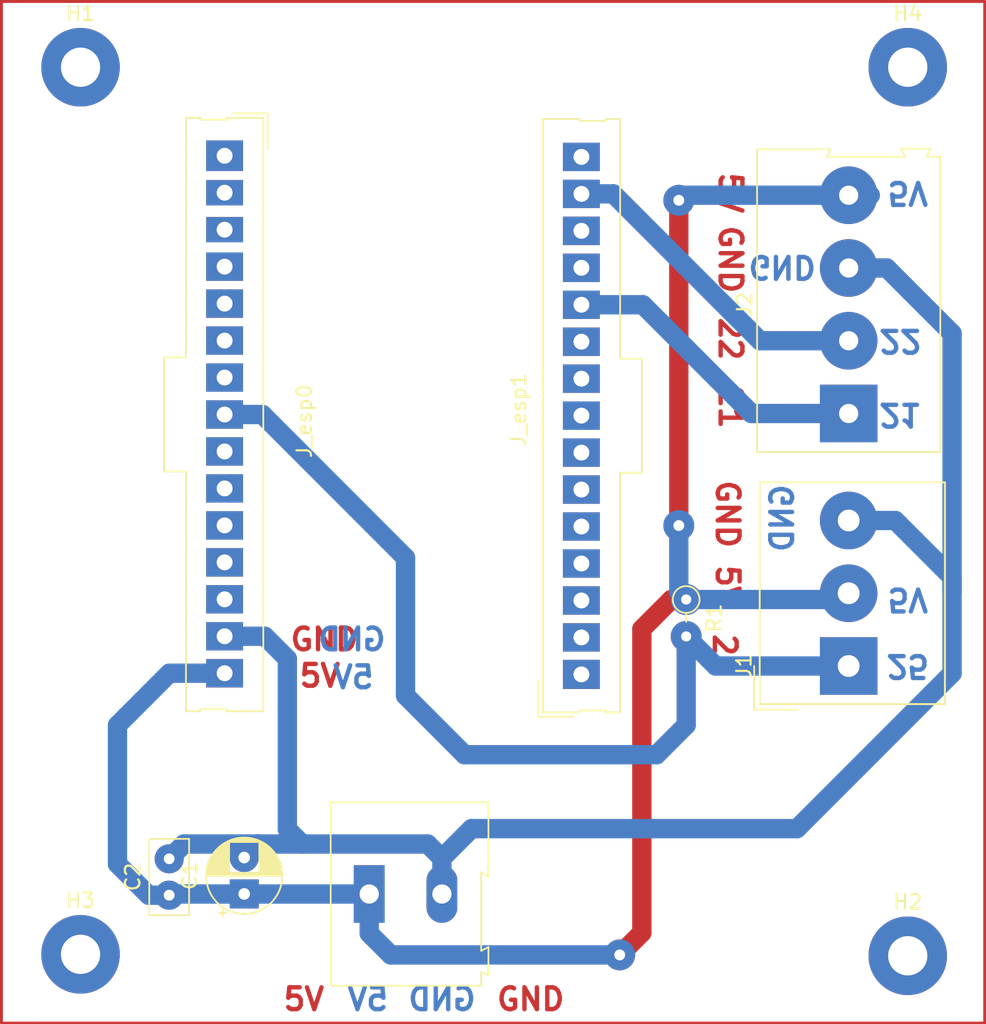
<source format=kicad_pcb>
(kicad_pcb (version 20221018) (generator pcbnew)
  (layers (0 "F.Cu" signal) (31 "B.Cu" signal) (34 "B.Paste" user) (35 "F.Paste" user) (36 "B.SilkS" user "B.Silkscreen") (37 "F.SilkS" user "F.Silkscreen") (38 "B.Mask" user) (39 "F.Mask" user) (44 "Edge.Cuts" user))
  (net 0 "")
  (net 1 "5v")
  (net 2 "GND5V")
  (net 3 "D25")
  (net 4 "D34")
  (net 5 "D33")
  (net 6 "D27")
  (net 7 "D26")
  (net 8 "D14")
  (net 9 "D13")
  (net 10 "D4")
  (net 11 "D5")
  (net 12 "D18")
  (net 13 "D23")
  (net 14 "D19")
  (net 15 "EN")
  (net 16 "VP")
  (net 17 "VN")
  (net 18 "D35")
  (net 19 "D32")
  (net 20 "D12")
  (net 21 "3V3")
  (net 22 "GND2")
  (net 23 "D15")
  (net 24 "D2")
  (net 25 "RX2")
  (net 26 "TX2")
  (net 27 "D21")
  (net 28 "RX0")
  (net 29 "TX0")
  (net 30 "D22")
  (footprint "MountingHole:MountingHole_2.7mm_M2.5_Pad" (layer "F.Cu") (at 179.9255 123.477)
    (fp_text reference "H2" (at 0 -3.7) (layer "F.SilkS"))
    (fp_text value "MountingHole")
    (pad "1" thru_hole circle (at 0 0) (size 5.4 5.4) (drill 2.7) (layers "*.Cu" "*.Mask"))
  )
  (footprint "TerminalBlock:TerminalBlock_Altech_AK300-2_P5.00mm" (layer "F.Cu") (at 142.884388 119.233)
    (fp_text reference "5V1" hide)
    (fp_text value "Screw_Terminal_01x02")
    (fp_line (start -2.65 -6.3) (end -2.65 6.3) (stroke (width 0.12)) (layer "F.SilkS"))
    (fp_line (start -2.65 6.3) (end 7.7 6.3) (stroke (width 0.12)) (layer "F.SilkS"))
    (fp_line (start 7.7 -1.5) (end 8.2 -1.2) (stroke (width 0.12)) (layer "F.SilkS"))
    (fp_line (start 7.7 3.9) (end 7.7 -1.5) (stroke (width 0.12)) (layer "F.SilkS"))
    (fp_line (start 7.7 5.35) (end 8.2 5.6) (stroke (width 0.12)) (layer "F.SilkS"))
    (fp_line (start 7.7 6.3) (end 7.7 5.35) (stroke (width 0.12)) (layer "F.SilkS"))
    (fp_line (start 8.2 -6.3) (end -2.65 -6.3) (stroke (width 0.12)) (layer "F.SilkS"))
    (fp_line (start 8.2 -1.2) (end 8.2 -6.3) (stroke (width 0.12)) (layer "F.SilkS"))
    (fp_line (start 8.2 3.65) (end 7.7 3.9) (stroke (width 0.12)) (layer "F.SilkS"))
    (fp_line (start 8.2 3.7) (end 8.2 3.65) (stroke (width 0.12)) (layer "F.SilkS"))
    (fp_line (start 8.2 5.6) (end 8.2 3.7) (stroke (width 0.12)) (layer "F.SilkS"))
    (pad "1" thru_hole rect (at 0 0) (size 2.125 3.96) (drill 1.32) (layers "*.Cu" "*.Mask") (net 1 "5v"))
    (pad "2" thru_hole oval (at 5 0) (size 2.125 3.96) (drill 1.32) (layers "*.Cu" "*.Mask") (net 2 "GND5V"))
  )
  (footprint "Resistor_THT:R_Axial_DIN0204_L3.6mm_D1.6mm_P2.54mm_Vertical" (layer "F.Cu") (at 164.6855 98.993 -90)
    (fp_text reference "R1" (at 1.27 -1.92 90) (layer "F.SilkS"))
    (fp_text value "10k")
    (fp_line (start 0.92 0) (end 1.54 0) (stroke (width 0.12)) (layer "F.SilkS"))
    (fp_circle (center 0 0) (end 0.92 0) (stroke (width 0.12)) (fill none) (layer "F.SilkS"))
    (pad "1" thru_hole circle (at 0 0 270) (size 2.125 2.125) (drill 0.7) (layers "*.Cu" "*.Mask") (net 1 "5v"))
    (pad "2" thru_hole oval (at 2.54 0 270) (size 2.125 2.125) (drill 0.7) (layers "*.Cu" "*.Mask") (net 3 "D25"))
  )
  (footprint "Capacitor_THT:CP_Radial_D5.0mm_P2.50mm" (layer "F.Cu") (at 134.2855 119.226112 90)
    (fp_text reference "C1" (at 1.25 -3.75 90) (layer "F.SilkS"))
    (fp_text value "C_Polarized")
    (fp_line (start -1.554775 -1.475) (end -1.054775 -1.475) (stroke (width 0.12)) (layer "F.SilkS"))
    (fp_line (start -1.304775 -1.725) (end -1.304775 -1.225) (stroke (width 0.12)) (layer "F.SilkS"))
    (fp_line (start 1.25 -2.58) (end 1.25 2.58) (stroke (width 0.12)) (layer "F.SilkS"))
    (fp_line (start 1.29 -2.58) (end 1.29 2.58) (stroke (width 0.12)) (layer "F.SilkS"))
    (fp_line (start 1.33 -2.579) (end 1.33 2.579) (stroke (width 0.12)) (layer "F.SilkS"))
    (fp_line (start 1.37 -2.578) (end 1.37 2.578) (stroke (width 0.12)) (layer "F.SilkS"))
    (fp_line (start 1.41 -2.576) (end 1.41 2.576) (stroke (width 0.12)) (layer "F.SilkS"))
    (fp_line (start 1.45 -2.573) (end 1.45 2.573) (stroke (width 0.12)) (layer "F.SilkS"))
    (fp_line (start 1.49 -2.569) (end 1.49 -1.04) (stroke (width 0.12)) (layer "F.SilkS"))
    (fp_line (start 1.49 1.04) (end 1.49 2.569) (stroke (width 0.12)) (layer "F.SilkS"))
    (fp_line (start 1.53 -2.565) (end 1.53 -1.04) (stroke (width 0.12)) (layer "F.SilkS"))
    (fp_line (start 1.53 1.04) (end 1.53 2.565) (stroke (width 0.12)) (layer "F.SilkS"))
    (fp_line (start 1.57 -2.561) (end 1.57 -1.04) (stroke (width 0.12)) (layer "F.SilkS"))
    (fp_line (start 1.57 1.04) (end 1.57 2.561) (stroke (width 0.12)) (layer "F.SilkS"))
    (fp_line (start 1.61 -2.556) (end 1.61 -1.04) (stroke (width 0.12)) (layer "F.SilkS"))
    (fp_line (start 1.61 1.04) (end 1.61 2.556) (stroke (width 0.12)) (layer "F.SilkS"))
    (fp_line (start 1.65 -2.55) (end 1.65 -1.04) (stroke (width 0.12)) (layer "F.SilkS"))
    (fp_line (start 1.65 1.04) (end 1.65 2.55) (stroke (width 0.12)) (layer "F.SilkS"))
    (fp_line (start 1.69 -2.543) (end 1.69 -1.04) (stroke (width 0.12)) (layer "F.SilkS"))
    (fp_line (start 1.69 1.04) (end 1.69 2.543) (stroke (width 0.12)) (layer "F.SilkS"))
    (fp_line (start 1.73 -2.536) (end 1.73 -1.04) (stroke (width 0.12)) (layer "F.SilkS"))
    (fp_line (start 1.73 1.04) (end 1.73 2.536) (stroke (width 0.12)) (layer "F.SilkS"))
    (fp_line (start 1.77 -2.528) (end 1.77 -1.04) (stroke (width 0.12)) (layer "F.SilkS"))
    (fp_line (start 1.77 1.04) (end 1.77 2.528) (stroke (width 0.12)) (layer "F.SilkS"))
    (fp_line (start 1.81 -2.52) (end 1.81 -1.04) (stroke (width 0.12)) (layer "F.SilkS"))
    (fp_line (start 1.81 1.04) (end 1.81 2.52) (stroke (width 0.12)) (layer "F.SilkS"))
    (fp_line (start 1.85 -2.511) (end 1.85 -1.04) (stroke (width 0.12)) (layer "F.SilkS"))
    (fp_line (start 1.85 1.04) (end 1.85 2.511) (stroke (width 0.12)) (layer "F.SilkS"))
    (fp_line (start 1.89 -2.501) (end 1.89 -1.04) (stroke (width 0.12)) (layer "F.SilkS"))
    (fp_line (start 1.89 1.04) (end 1.89 2.501) (stroke (width 0.12)) (layer "F.SilkS"))
    (fp_line (start 1.93 -2.491) (end 1.93 -1.04) (stroke (width 0.12)) (layer "F.SilkS"))
    (fp_line (start 1.93 1.04) (end 1.93 2.491) (stroke (width 0.12)) (layer "F.SilkS"))
    (fp_line (start 1.971 -2.48) (end 1.971 -1.04) (stroke (width 0.12)) (layer "F.SilkS"))
    (fp_line (start 1.971 1.04) (end 1.971 2.48) (stroke (width 0.12)) (layer "F.SilkS"))
    (fp_line (start 2.011 -2.468) (end 2.011 -1.04) (stroke (width 0.12)) (layer "F.SilkS"))
    (fp_line (start 2.011 1.04) (end 2.011 2.468) (stroke (width 0.12)) (layer "F.SilkS"))
    (fp_line (start 2.051 -2.455) (end 2.051 -1.04) (stroke (width 0.12)) (layer "F.SilkS"))
    (fp_line (start 2.051 1.04) (end 2.051 2.455) (stroke (width 0.12)) (layer "F.SilkS"))
    (fp_line (start 2.091 -2.442) (end 2.091 -1.04) (stroke (width 0.12)) (layer "F.SilkS"))
    (fp_line (start 2.091 1.04) (end 2.091 2.442) (stroke (width 0.12)) (layer "F.SilkS"))
    (fp_line (start 2.131 -2.428) (end 2.131 -1.04) (stroke (width 0.12)) (layer "F.SilkS"))
    (fp_line (start 2.131 1.04) (end 2.131 2.428) (stroke (width 0.12)) (layer "F.SilkS"))
    (fp_line (start 2.171 -2.414) (end 2.171 -1.04) (stroke (width 0.12)) (layer "F.SilkS"))
    (fp_line (start 2.171 1.04) (end 2.171 2.414) (stroke (width 0.12)) (layer "F.SilkS"))
    (fp_line (start 2.211 -2.398) (end 2.211 -1.04) (stroke (width 0.12)) (layer "F.SilkS"))
    (fp_line (start 2.211 1.04) (end 2.211 2.398) (stroke (width 0.12)) (layer "F.SilkS"))
    (fp_line (start 2.251 -2.382) (end 2.251 -1.04) (stroke (width 0.12)) (layer "F.SilkS"))
    (fp_line (start 2.251 1.04) (end 2.251 2.382) (stroke (width 0.12)) (layer "F.SilkS"))
    (fp_line (start 2.291 -2.365) (end 2.291 -1.04) (stroke (width 0.12)) (layer "F.SilkS"))
    (fp_line (start 2.291 1.04) (end 2.291 2.365) (stroke (width 0.12)) (layer "F.SilkS"))
    (fp_line (start 2.331 -2.348) (end 2.331 -1.04) (stroke (width 0.12)) (layer "F.SilkS"))
    (fp_line (start 2.331 1.04) (end 2.331 2.348) (stroke (width 0.12)) (layer "F.SilkS"))
    (fp_line (start 2.371 -2.329) (end 2.371 -1.04) (stroke (width 0.12)) (layer "F.SilkS"))
    (fp_line (start 2.371 1.04) (end 2.371 2.329) (stroke (width 0.12)) (layer "F.SilkS"))
    (fp_line (start 2.411 -2.31) (end 2.411 -1.04) (stroke (width 0.12)) (layer "F.SilkS"))
    (fp_line (start 2.411 1.04) (end 2.411 2.31) (stroke (width 0.12)) (layer "F.SilkS"))
    (fp_line (start 2.451 -2.29) (end 2.451 -1.04) (stroke (width 0.12)) (layer "F.SilkS"))
    (fp_line (start 2.451 1.04) (end 2.451 2.29) (stroke (width 0.12)) (layer "F.SilkS"))
    (fp_line (start 2.491 -2.268) (end 2.491 -1.04) (stroke (width 0.12)) (layer "F.SilkS"))
    (fp_line (start 2.491 1.04) (end 2.491 2.268) (stroke (width 0.12)) (layer "F.SilkS"))
    (fp_line (start 2.531 -2.247) (end 2.531 -1.04) (stroke (width 0.12)) (layer "F.SilkS"))
    (fp_line (start 2.531 1.04) (end 2.531 2.247) (stroke (width 0.12)) (layer "F.SilkS"))
    (fp_line (start 2.571 -2.224) (end 2.571 -1.04) (stroke (width 0.12)) (layer "F.SilkS"))
    (fp_line (start 2.571 1.04) (end 2.571 2.224) (stroke (width 0.12)) (layer "F.SilkS"))
    (fp_line (start 2.611 -2.2) (end 2.611 -1.04) (stroke (width 0.12)) (layer "F.SilkS"))
    (fp_line (start 2.611 1.04) (end 2.611 2.2) (stroke (width 0.12)) (layer "F.SilkS"))
    (fp_line (start 2.651 -2.175) (end 2.651 -1.04) (stroke (width 0.12)) (layer "F.SilkS"))
    (fp_line (start 2.651 1.04) (end 2.651 2.175) (stroke (width 0.12)) (layer "F.SilkS"))
    (fp_line (start 2.691 -2.149) (end 2.691 -1.04) (stroke (width 0.12)) (layer "F.SilkS"))
    (fp_line (start 2.691 1.04) (end 2.691 2.149) (stroke (width 0.12)) (layer "F.SilkS"))
    (fp_line (start 2.731 -2.122) (end 2.731 -1.04) (stroke (width 0.12)) (layer "F.SilkS"))
    (fp_line (start 2.731 1.04) (end 2.731 2.122) (stroke (width 0.12)) (layer "F.SilkS"))
    (fp_line (start 2.771 -2.095) (end 2.771 -1.04) (stroke (width 0.12)) (layer "F.SilkS"))
    (fp_line (start 2.771 1.04) (end 2.771 2.095) (stroke (width 0.12)) (layer "F.SilkS"))
    (fp_line (start 2.811 -2.065) (end 2.811 -1.04) (stroke (width 0.12)) (layer "F.SilkS"))
    (fp_line (start 2.811 1.04) (end 2.811 2.065) (stroke (width 0.12)) (layer "F.SilkS"))
    (fp_line (start 2.851 -2.035) (end 2.851 -1.04) (stroke (width 0.12)) (layer "F.SilkS"))
    (fp_line (start 2.851 1.04) (end 2.851 2.035) (stroke (width 0.12)) (layer "F.SilkS"))
    (fp_line (start 2.891 -2.004) (end 2.891 -1.04) (stroke (width 0.12)) (layer "F.SilkS"))
    (fp_line (start 2.891 1.04) (end 2.891 2.004) (stroke (width 0.12)) (layer "F.SilkS"))
    (fp_line (start 2.931 -1.971) (end 2.931 -1.04) (stroke (width 0.12)) (layer "F.SilkS"))
    (fp_line (start 2.931 1.04) (end 2.931 1.971) (stroke (width 0.12)) (layer "F.SilkS"))
    (fp_line (start 2.971 -1.937) (end 2.971 -1.04) (stroke (width 0.12)) (layer "F.SilkS"))
    (fp_line (start 2.971 1.04) (end 2.971 1.937) (stroke (width 0.12)) (layer "F.SilkS"))
    (fp_line (start 3.011 -1.901) (end 3.011 -1.04) (stroke (width 0.12)) (layer "F.SilkS"))
    (fp_line (start 3.011 1.04) (end 3.011 1.901) (stroke (width 0.12)) (layer "F.SilkS"))
    (fp_line (start 3.051 -1.864) (end 3.051 -1.04) (stroke (width 0.12)) (layer "F.SilkS"))
    (fp_line (start 3.051 1.04) (end 3.051 1.864) (stroke (width 0.12)) (layer "F.SilkS"))
    (fp_line (start 3.091 -1.826) (end 3.091 -1.04) (stroke (width 0.12)) (layer "F.SilkS"))
    (fp_line (start 3.091 1.04) (end 3.091 1.826) (stroke (width 0.12)) (layer "F.SilkS"))
    (fp_line (start 3.131 -1.785) (end 3.131 -1.04) (stroke (width 0.12)) (layer "F.SilkS"))
    (fp_line (start 3.131 1.04) (end 3.131 1.785) (stroke (width 0.12)) (layer "F.SilkS"))
    (fp_line (start 3.171 -1.743) (end 3.171 -1.04) (stroke (width 0.12)) (layer "F.SilkS"))
    (fp_line (start 3.171 1.04) (end 3.171 1.743) (stroke (width 0.12)) (layer "F.SilkS"))
    (fp_line (start 3.211 -1.699) (end 3.211 -1.04) (stroke (width 0.12)) (layer "F.SilkS"))
    (fp_line (start 3.211 1.04) (end 3.211 1.699) (stroke (width 0.12)) (layer "F.SilkS"))
    (fp_line (start 3.251 -1.653) (end 3.251 -1.04) (stroke (width 0.12)) (layer "F.SilkS"))
    (fp_line (start 3.251 1.04) (end 3.251 1.653) (stroke (width 0.12)) (layer "F.SilkS"))
    (fp_line (start 3.291 -1.605) (end 3.291 -1.04) (stroke (width 0.12)) (layer "F.SilkS"))
    (fp_line (start 3.291 1.04) (end 3.291 1.605) (stroke (width 0.12)) (layer "F.SilkS"))
    (fp_line (start 3.331 -1.554) (end 3.331 -1.04) (stroke (width 0.12)) (layer "F.SilkS"))
    (fp_line (start 3.331 1.04) (end 3.331 1.554) (stroke (width 0.12)) (layer "F.SilkS"))
    (fp_line (start 3.371 -1.5) (end 3.371 -1.04) (stroke (width 0.12)) (layer "F.SilkS"))
    (fp_line (start 3.371 1.04) (end 3.371 1.5) (stroke (width 0.12)) (layer "F.SilkS"))
    (fp_line (start 3.411 -1.443) (end 3.411 -1.04) (stroke (width 0.12)) (layer "F.SilkS"))
    (fp_line (start 3.411 1.04) (end 3.411 1.443) (stroke (width 0.12)) (layer "F.SilkS"))
    (fp_line (start 3.451 -1.383) (end 3.451 -1.04) (stroke (width 0.12)) (layer "F.SilkS"))
    (fp_line (start 3.451 1.04) (end 3.451 1.383) (stroke (width 0.12)) (layer "F.SilkS"))
    (fp_line (start 3.491 -1.319) (end 3.491 -1.04) (stroke (width 0.12)) (layer "F.SilkS"))
    (fp_line (start 3.491 1.04) (end 3.491 1.319) (stroke (width 0.12)) (layer "F.SilkS"))
    (fp_line (start 3.531 -1.251) (end 3.531 -1.04) (stroke (width 0.12)) (layer "F.SilkS"))
    (fp_line (start 3.531 1.04) (end 3.531 1.251) (stroke (width 0.12)) (layer "F.SilkS"))
    (fp_line (start 3.571 -1.178) (end 3.571 1.178) (stroke (width 0.12)) (layer "F.SilkS"))
    (fp_line (start 3.611 -1.098) (end 3.611 1.098) (stroke (width 0.12)) (layer "F.SilkS"))
    (fp_line (start 3.651 -1.011) (end 3.651 1.011) (stroke (width 0.12)) (layer "F.SilkS"))
    (fp_line (start 3.691 -0.915) (end 3.691 0.915) (stroke (width 0.12)) (layer "F.SilkS"))
    (fp_line (start 3.731 -0.805) (end 3.731 0.805) (stroke (width 0.12)) (layer "F.SilkS"))
    (fp_line (start 3.771 -0.677) (end 3.771 0.677) (stroke (width 0.12)) (layer "F.SilkS"))
    (fp_line (start 3.811 -0.518) (end 3.811 0.518) (stroke (width 0.12)) (layer "F.SilkS"))
    (fp_line (start 3.851 -0.284) (end 3.851 0.284) (stroke (width 0.12)) (layer "F.SilkS"))
    (fp_circle (center 1.25 0) (end 3.87 0) (stroke (width 0.12)) (fill none) (layer "F.SilkS"))
    (pad "1" thru_hole rect (at 0 0 90) (size 2 2) (drill 0.8) (layers "*.Cu" "*.Mask") (net 1 "5v"))
    (pad "2" thru_hole circle (at 2.5 0 90) (size 2 2) (drill 0.8) (layers "*.Cu" "*.Mask") (net 2 "GND5V"))
  )
  (footprint "TerminalBlock_Altech:Altech_AK300_1x03_P5.00mm_45-Degree" (layer "F.Cu") (at 175.8615 103.565 90)
    (fp_text reference "J1" (at 0 -7.2 90) (layer "F.SilkS"))
    (fp_text value "Screw_Terminal_01x03")
    (fp_line (start -3 -6.5) (end 0 -6.5) (stroke (width 0.12)) (layer "F.SilkS"))
    (fp_line (start -3 -3.5) (end -3 -6.5) (stroke (width 0.12)) (layer "F.SilkS"))
    (fp_line (start -2.62 -6.12) (end -2.62 6.62) (stroke (width 0.12)) (layer "F.SilkS"))
    (fp_line (start -2.62 -6.12) (end -2.62 6.62) (stroke (width 0.12)) (layer "F.SilkS"))
    (fp_line (start -2.62 -6.12) (end 12.62 -6.12) (stroke (width 0.12)) (layer "F.SilkS"))
    (fp_line (start -2.62 -6.12) (end 12.62 -6.12) (stroke (width 0.12)) (layer "F.SilkS"))
    (fp_line (start -2.62 6.62) (end 12.62 6.62) (stroke (width 0.12)) (layer "F.SilkS"))
    (fp_line (start -2.62 6.62) (end 12.62 6.62) (stroke (width 0.12)) (layer "F.SilkS"))
    (fp_line (start 12.62 -6.12) (end 12.62 6.62) (stroke (width 0.12)) (layer "F.SilkS"))
    (fp_line (start 12.62 -6.12) (end 12.62 6.62) (stroke (width 0.12)) (layer "F.SilkS"))
    (pad "1" thru_hole rect (at 0 0 90) (size 3.96 3.96) (drill 1.5) (layers "*.Cu" "*.Mask") (net 3 "D25"))
    (pad "2" thru_hole circle (at 5 0 90) (size 3.96 3.96) (drill 1.5) (layers "*.Cu" "*.Mask") (net 1 "5v"))
    (pad "3" thru_hole circle (at 10 0 90) (size 3.96 3.96) (drill 1.5) (layers "*.Cu" "*.Mask") (net 2 "GND5V"))
  )
  (footprint "TerminalBlock:TerminalBlock_Altech_AK300-4_P5.00mm" (layer "F.Cu") (at 175.8615 86.213 90)
    (fp_text reference "J2" (at 7.5 -7.15 90) (layer "F.SilkS"))
    (fp_text value "Screw_Terminal_01x04")
    (fp_line (start -2.65 -6.3) (end 18.15 -6.3) (stroke (width 0.12)) (layer "F.SilkS"))
    (fp_line (start -2.65 6.3) (end -2.65 -6.3) (stroke (width 0.12)) (layer "F.SilkS"))
    (fp_line (start 17.65 -1.5) (end 17.65 3.9) (stroke (width 0.12)) (layer "F.SilkS"))
    (fp_line (start 17.65 3.9) (end 18.2 3.6) (stroke (width 0.12)) (layer "F.SilkS"))
    (fp_line (start 17.65 5.35) (end 17.65 6.3) (stroke (width 0.12)) (layer "F.SilkS"))
    (fp_line (start 17.65 6.3) (end -2.65 6.3) (stroke (width 0.12)) (layer "F.SilkS"))
    (fp_line (start 18.15 -6.3) (end 18.15 -1.25) (stroke (width 0.12)) (layer "F.SilkS"))
    (fp_line (start 18.15 -1.25) (end 17.65 -1.5) (stroke (width 0.12)) (layer "F.SilkS"))
    (fp_line (start 18.2 3.6) (end 18.2 5.65) (stroke (width 0.12)) (layer "F.SilkS"))
    (fp_line (start 18.2 5.65) (end 17.65 5.35) (stroke (width 0.12)) (layer "F.SilkS"))
    (pad "1" thru_hole rect (at 0 0 90) (size 3.96 3.96) (drill 1.32) (layers "*.Cu" "*.Mask") (net 27 "D21"))
    (pad "2" thru_hole oval (at 5 0 90) (size 3.96 3.96) (drill 1.32) (layers "*.Cu" "*.Mask") (net 30 "D22"))
    (pad "3" thru_hole oval (at 10 0 90) (size 3.96 3.96) (drill 1.32) (layers "*.Cu" "*.Mask") (net 2 "GND5V"))
    (pad "4" thru_hole oval (at 15 0 90) (size 3.96 3.96) (drill 1.32) (layers "*.Cu" "*.Mask") (net 1 "5v"))
  )
  (footprint "MountingHole:MountingHole_2.7mm_M2.5_Pad" (layer "F.Cu") (at 179.9255 62.417)
    (fp_text reference "H4" (at 0 -3.7) (layer "F.SilkS"))
    (fp_text value "MountingHole")
    (pad "1" thru_hole circle (at 0 0) (size 5.4 5.4) (drill 2.7) (layers "*.Cu" "*.Mask"))
  )
  (footprint "Capacitor_THT:C_Disc_D5.0mm_W2.5mm_P2.50mm" (layer "F.Cu") (at 129.1255 119.313 90)
    (fp_text reference "C2" (at 1.25 -2.5 90) (layer "F.SilkS"))
    (fp_text value "C_Generic")
    (fp_line (start -1.37 -1.37) (end -1.37 1.37) (stroke (width 0.12)) (layer "F.SilkS"))
    (fp_line (start -1.37 -1.37) (end 3.87 -1.37) (stroke (width 0.12)) (layer "F.SilkS"))
    (fp_line (start -1.37 1.37) (end 3.87 1.37) (stroke (width 0.12)) (layer "F.SilkS"))
    (fp_line (start 3.87 -1.37) (end 3.87 1.37) (stroke (width 0.12)) (layer "F.SilkS"))
    (pad "1" thru_hole circle (at 0 0 90) (size 2 2) (drill 0.75) (layers "*.Cu" "*.Mask") (net 1 "5v"))
    (pad "2" thru_hole circle (at 2.5 0 90) (size 2 2) (drill 0.74) (layers "*.Cu" "*.Mask") (net 2 "GND5V"))
  )
  (footprint "esp32:Connector_Molex_Molex_SL_171971-0015_1x15_P2.54mm_Vertical_squares" (layer "F.Cu") (at 149.33 85.9 90)
    (fp_text reference "J_esp1" (at -0.06 3.8375 90 unlocked) (layer "F.SilkS"))
    (fp_text value "Conn_01x15_Female")
    (fp_line (start -21.15 5.19) (end -18.74 5.19) (stroke (width 0.12)) (layer "F.SilkS"))
    (fp_line (start -21.15 7.6) (end -21.15 5.19) (stroke (width 0.12)) (layer "F.SilkS"))
    (fp_line (start -20.85 5.49) (end -20.85 8.02) (stroke (width 0.12)) (layer "F.SilkS"))
    (fp_line (start -20.85 8.02) (end -20.72 8.02) (stroke (width 0.12)) (layer "F.SilkS"))
    (fp_line (start -20.85 9.83) (end -20.85 10.81) (stroke (width 0.12)) (layer "F.SilkS"))
    (fp_line (start -20.85 10.81) (end -4.38 10.81) (stroke (width 0.12)) (layer "F.SilkS"))
    (fp_line (start -20.72 8.02) (end -20.72 9.83) (stroke (width 0.12)) (layer "F.SilkS"))
    (fp_line (start -20.72 9.83) (end -20.85 9.83) (stroke (width 0.12)) (layer "F.SilkS"))
    (fp_line (start -4.38 10.81) (end -4.38 12.31) (stroke (width 0.12)) (layer "F.SilkS"))
    (fp_line (start -4.38 12.31) (end 3.46 12.31) (stroke (width 0.12)) (layer "F.SilkS"))
    (fp_line (start 3.46 10.81) (end 19.93 10.81) (stroke (width 0.12)) (layer "F.SilkS"))
    (fp_line (start 3.46 12.31) (end 3.46 10.81) (stroke (width 0.12)) (layer "F.SilkS"))
    (fp_line (start 19.8 8.02) (end 19.93 8.02) (stroke (width 0.12)) (layer "F.SilkS"))
    (fp_line (start 19.8 9.83) (end 19.8 8.02) (stroke (width 0.12)) (layer "F.SilkS"))
    (fp_line (start 19.93 5.49) (end -20.85 5.49) (stroke (width 0.12)) (layer "F.SilkS"))
    (fp_line (start 19.93 8.02) (end 19.93 5.49) (stroke (width 0.12)) (layer "F.SilkS"))
    (fp_line (start 19.93 9.83) (end 19.8 9.83) (stroke (width 0.12)) (layer "F.SilkS"))
    (fp_line (start 19.93 10.81) (end 19.93 9.83) (stroke (width 0.12)) (layer "F.SilkS"))
    (pad "1" thru_hole rect (at -18.24 8.15 90) (size 2 2.54) (drill 1.09) (layers "F&B.Cu" "*.Mask") (net 21 "3V3"))
    (pad "2" thru_hole rect (at -15.7 8.15 90) (size 1.95 2.54) (drill 1.09) (layers "F&B.Cu" "*.Mask") (net 22 "GND2"))
    (pad "3" thru_hole rect (at -13.16 8.15 90) (size 1.95 2.54) (drill 1.09) (layers "F&B.Cu" "*.Mask") (net 23 "D15"))
    (pad "4" thru_hole rect (at -10.62 8.15 90) (size 1.95 2.54) (drill 1.09) (layers "F&B.Cu" "*.Mask") (net 24 "D2"))
    (pad "5" thru_hole rect (at -8.08 8.15 90) (size 1.95 2.54) (drill 1.09) (layers "F&B.Cu" "*.Mask") (net 10 "D4"))
    (pad "6" thru_hole rect (at -5.54 8.15 90) (size 1.95 2.54) (drill 1.09) (layers "F&B.Cu" "*.Mask") (net 25 "RX2"))
    (pad "7" thru_hole rect (at -3 8.15 90) (size 1.95 2.54) (drill 1.09) (layers "F&B.Cu" "*.Mask") (net 26 "TX2"))
    (pad "8" thru_hole rect (at -0.46 8.15 90) (size 1.95 2.54) (drill 1.09) (layers "F&B.Cu" "*.Mask") (net 11 "D5"))
    (pad "9" thru_hole rect (at 2.08 8.15 90) (size 1.95 2.54) (drill 1.09) (layers "F&B.Cu" "*.Mask") (net 12 "D18"))
    (pad "10" thru_hole rect (at 4.62 8.15 90) (size 1.95 2.54) (drill 1.09) (layers "F&B.Cu" "*.Mask") (net 14 "D19"))
    (pad "11" thru_hole rect (at 7.16 8.15 90) (size 1.95 2.54) (drill 1.09) (layers "F&B.Cu" "*.Mask") (net 27 "D21"))
    (pad "12" thru_hole rect (at 9.7 8.15 90) (size 1.95 2.54) (drill 1.09) (layers "F&B.Cu" "*.Mask") (net 28 "RX0"))
    (pad "13" thru_hole rect (at 12.24 8.15 90) (size 1.95 2.54) (drill 1.09) (layers "F&B.Cu" "*.Mask") (net 29 "TX0"))
    (pad "14" thru_hole rect (at 14.78 8.15 90) (size 1.95 2.54) (drill 1.09) (layers "F&B.Cu" "*.Mask") (net 30 "D22"))
    (pad "15" thru_hole rect (at 17.32 8.15 90) (size 1.95 2.54) (drill 1.09) (layers "F&B.Cu" "*.Mask") (net 13 "D23"))
  )
  (footprint "MountingHole:MountingHole_2.7mm_M2.5_Pad" (layer "F.Cu") (at 123.0295 123.377)
    (fp_text reference "H3" (at 0 -3.7) (layer "F.SilkS"))
    (fp_text value "MountingHole")
    (pad "1" thru_hole circle (at 0 0) (size 5.4 5.4) (drill 2.7) (layers "*.Cu" "*.Mask"))
  )
  (footprint "esp32:Connector_Molex_Molex_SL_171971-0015_1x15_P2.54mm_Vertical_squares" (layer "F.Cu") (at 141.0895 86.741 -90)
    (fp_text reference "J_esp0" (at 0 2.6675 90 unlocked) (layer "F.SilkS"))
    (fp_text value "Conn_01x15_Female")
    (fp_line (start -21.15 5.19) (end -18.74 5.19) (stroke (width 0.12)) (layer "F.SilkS"))
    (fp_line (start -21.15 7.6) (end -21.15 5.19) (stroke (width 0.12)) (layer "F.SilkS"))
    (fp_line (start -20.85 5.49) (end -20.85 8.02) (stroke (width 0.12)) (layer "F.SilkS"))
    (fp_line (start -20.85 8.02) (end -20.72 8.02) (stroke (width 0.12)) (layer "F.SilkS"))
    (fp_line (start -20.85 9.83) (end -20.85 10.81) (stroke (width 0.12)) (layer "F.SilkS"))
    (fp_line (start -20.85 10.81) (end -4.38 10.81) (stroke (width 0.12)) (layer "F.SilkS"))
    (fp_line (start -20.72 8.02) (end -20.72 9.83) (stroke (width 0.12)) (layer "F.SilkS"))
    (fp_line (start -20.72 9.83) (end -20.85 9.83) (stroke (width 0.12)) (layer "F.SilkS"))
    (fp_line (start -4.38 10.81) (end -4.38 12.31) (stroke (width 0.12)) (layer "F.SilkS"))
    (fp_line (start -4.38 12.31) (end 3.46 12.31) (stroke (width 0.12)) (layer "F.SilkS"))
    (fp_line (start 3.46 10.81) (end 19.93 10.81) (stroke (width 0.12)) (layer "F.SilkS"))
    (fp_line (start 3.46 12.31) (end 3.46 10.81) (stroke (width 0.12)) (layer "F.SilkS"))
    (fp_line (start 19.8 8.02) (end 19.93 8.02) (stroke (width 0.12)) (layer "F.SilkS"))
    (fp_line (start 19.8 9.83) (end 19.8 8.02) (stroke (width 0.12)) (layer "F.SilkS"))
    (fp_line (start 19.93 5.49) (end -20.85 5.49) (stroke (width 0.12)) (layer "F.SilkS"))
    (fp_line (start 19.93 8.02) (end 19.93 5.49) (stroke (width 0.12)) (layer "F.SilkS"))
    (fp_line (start 19.93 9.83) (end 19.8 9.83) (stroke (width 0.12)) (layer "F.SilkS"))
    (fp_line (start 19.93 10.81) (end 19.93 9.83) (stroke (width 0.12)) (layer "F.SilkS"))
    (pad "1" thru_hole rect (at -18.24 8.15 270) (size 2.1 2.54) (drill 1.09) (layers "F&B.Cu" "*.Mask") (net 15 "EN"))
    (pad "2" thru_hole rect (at -15.7 8.15 270) (size 1.74 2.54) (drill 1.09) (layers "F&B.Cu" "*.Mask") (net 16 "VP"))
    (pad "3" thru_hole rect (at -13.16 8.15 270) (size 1.74 2.54) (drill 1.09) (layers "F&B.Cu" "*.Mask") (net 17 "VN"))
    (pad "4" thru_hole rect (at -10.62 8.15 270) (size 1.95 2.54) (drill 1.09) (layers "F&B.Cu" "*.Mask") (net 4 "D34"))
    (pad "5" thru_hole rect (at -8.08 8.15 270) (size 1.95 2.54) (drill 1.09) (layers "F&B.Cu" "*.Mask") (net 18 "D35"))
    (pad "6" thru_hole rect (at -5.54 8.15 270) (size 1.95 2.54) (drill 1.09) (layers "F&B.Cu" "*.Mask") (net 19 "D32"))
    (pad "7" thru_hole rect (at -3 8.15 270) (size 1.95 2.54) (drill 1.09) (layers "F&B.Cu" "*.Mask") (net 5 "D33"))
    (pad "8" thru_hole rect (at -0.46 8.15 270) (size 1.95 2.54) (drill 1.09) (layers "F&B.Cu" "*.Mask") (net 3 "D25"))
    (pad "9" thru_hole rect (at 2.08 8.15 270) (size 1.95 2.54) (drill 1.09) (layers "F&B.Cu" "*.Mask") (net 7 "D26"))
    (pad "10" thru_hole rect (at 4.62 8.15 270) (size 1.95 2.54) (drill 1.09) (layers "F&B.Cu" "*.Mask") (net 6 "D27"))
    (pad "11" thru_hole rect (at 7.16 8.15 270) (size 1.95 2.54) (drill 1.09) (layers "F&B.Cu" "*.Mask") (net 8 "D14"))
    (pad "12" thru_hole rect (at 9.7 8.15 270) (size 1.95 2.54) (drill 1.09) (layers "F&B.Cu" "*.Mask") (net 20 "D12"))
    (pad "13" thru_hole rect (at 12.24 8.15 270) (size 1.95 2.54) (drill 1.09) (layers "F&B.Cu" "*.Mask") (net 9 "D13"))
    (pad "14" thru_hole rect (at 14.78 8.15 270) (size 1.95 2.54) (drill 1.09) (layers "F&B.Cu" "*.Mask") (net 2 "GND5V"))
    (pad "15" thru_hole rect (at 17.32 8.15 270) (size 1.95 2.54) (drill 1.09) (layers "F&B.Cu" "*.Mask") (net 1 "5v"))
  )
  (footprint "MountingHole:MountingHole_2.7mm_M2.5_Pad" (layer "F.Cu") (at 123.0295 62.417)
    (fp_text reference "H1" (at 0 -3.7) (layer "F.SilkS"))
    (fp_text value "MountingHole")
    (pad "1" thru_hole circle (at 0 0) (size 5.4 5.4) (drill 2.7) (layers "*.Cu" "*.Mask"))
  )
  (gr_rect (start 117.5895 57.897) (end 185.2215 128.101) (stroke (width 0.2)) (fill none) (layer "F.Cu"))
  (gr_text "5V" (at 167.537 98.0275 -90) (layer "F.Cu") (effects (font (size 1.5 1.5) (thickness 0.3))))
  (gr_text "GND" (at 153.9895 126.465) (layer "F.Cu") (effects (font (size 1.5 1.5) (thickness 0.3))))
  (gr_text "GND" (at 167.7335 75.625 -90) (layer "F.Cu") (effects (font (size 1.5 1.5) (thickness 0.3))))
  (gr_text "25" (at 167.337 102.8275 -90) (layer "F.Cu") (effects (font (size 1.5 1.5) (thickness 0.3))))
  (gr_text "GND" (at 167.537 93.1275 -90) (layer "F.Cu") (effects (font (size 1.5 1.5) (thickness 0.3))))
  (gr_text "GND" (at 139.7935 101.741) (layer "F.Cu") (effects (font (size 1.5 1.5) (thickness 0.3))))
  (gr_text "22" (at 167.7335 81.085 -90) (layer "F.Cu") (effects (font (size 1.5 1.5) (thickness 0.3))))
  (gr_text "5V" (at 138.3895 126.465) (layer "F.Cu") (effects (font (size 1.5 1.5) (thickness 0.3))))
  (gr_text "21" (at 167.7335 85.785 -90) (layer "F.Cu") (effects (font (size 1.5 1.5) (thickness 0.3))))
  (gr_text "5V" (at 139.4935 104.241) (layer "F.Cu") (effects (font (size 1.5 1.5) (thickness 0.3))))
  (gr_text "5V" (at 167.7335 71.053 -90) (layer "F.Cu") (effects (font (size 1.5 1.5) (thickness 0.3))))
  (gr_text "5V" (at 142.7895 126.465) (layer "B.Cu") (effects (font (size 1.5 1.5) (thickness 0.3)) (justify mirror)))
  (gr_text "GND" (at 171.2895 76.133 180) (layer "B.Cu") (effects (font (size 1.5 1.5) (thickness 0.3)) (justify mirror)))
  (gr_text "22" (at 179.4175 81.213 180) (layer "B.Cu") (effects (font (size 1.5 1.5) (thickness 0.3)) (justify mirror)))
  (gr_text "25" (at 179.9255 103.565 180) (layer "B.Cu") (effects (font (size 1.5 1.5) (thickness 0.3)) (justify mirror)))
  (gr_text "5V" (at 179.9255 71.053 180) (layer "B.Cu") (effects (font (size 1.5 1.5) (thickness 0.3)) (justify mirror)))
  (gr_text "GND" (at 147.8895 126.465) (layer "B.Cu") (effects (font (size 1.5 1.5) (thickness 0.3)) (justify mirror)))
  (gr_text "GND" (at 141.6895 101.741) (layer "B.Cu") (effects (font (size 1.5 1.5) (thickness 0.3)) (justify mirror)))
  (gr_text "21" (at 179.4175 86.293 180) (layer "B.Cu") (effects (font (size 1.5 1.5) (thickness 0.3)) (justify mirror)))
  (gr_text "5V" (at 141.7895 104.341) (layer "B.Cu") (effects (font (size 1.5 1.5) (thickness 0.3)) (justify mirror)))
  (gr_text "GND" (at 171.2895 93.405 90) (layer "B.Cu") (effects (font (size 1.5 1.5) (thickness 0.3)) (justify mirror)))
  (gr_text "5V" (at 179.9255 98.993 180) (layer "B.Cu") (effects (font (size 1.5 1.5) (thickness 0.3)) (justify mirror)))
  (segment (start 163.6695 98.993) (end 164.6855 98.993) (width 1.33) (layer "F.Cu") (net 1))
  (segment (start 164.1775 71.561) (end 164.1775 93.913) (width 1.33) (layer "F.Cu") (net 1))
  (segment (start 161.6375 101.025) (end 163.6695 98.993) (width 1.33) (layer "F.Cu") (net 1))
  (segment (start 161.6375 121.893) (end 160.1135 123.417) (width 1.33) (layer "F.Cu") (net 1))
  (segment (start 161.6375 101.025) (end 161.6375 121.893) (width 1.33) (layer "F.Cu") (net 1))
  (via (at 164.1775 71.561) (size 2.125) (drill 0.75) (layers "F.Cu" "B.Cu") (net 1))
  (via (at 160.1135 123.417) (size 2.125) (drill 0.75) (layers "F.Cu" "B.Cu") (net 1))
  (via (at 164.1775 93.913) (size 2.125) (drill 0.75) (layers "F.Cu" "B.Cu") (net 1))
  (segment (start 129.1375 104.061) (end 132.9395 104.061) (width 1.33) (layer "B.Cu") (net 1))
  (segment (start 144.3655 123.417) (end 160.1135 123.417) (width 1.33) (layer "B.Cu") (net 1))
  (segment (start 175.4335 98.993) (end 175.8615 98.565) (width 1.33) (layer "B.Cu") (net 1))
  (segment (start 164.1775 71.561) (end 164.5255 71.213) (width 1.33) (layer "B.Cu") (net 1))
  (segment (start 177.3535 71.213) (end 175.8615 71.213) (width 1.33) (layer "B.Cu") (net 1))
  (segment (start 125.5695 107.629) (end 129.1375 104.061) (width 1.33) (layer "B.Cu") (net 1))
  (segment (start 142.884388 119.233) (end 142.884388 119.438112) (width 1.33) (layer "B.Cu") (net 1))
  (segment (start 164.5255 71.213) (end 175.8615 71.213) (width 1.33) (layer "B.Cu") (net 1))
  (segment (start 129.1255 119.313) (end 127.711287 119.313) (width 1.33) (layer "B.Cu") (net 1))
  (segment (start 125.5695 117.171213) (end 125.5695 107.629) (width 1.33) (layer "B.Cu") (net 1))
  (segment (start 129.2055 119.233) (end 129.1255 119.313) (width 1.33) (layer "B.Cu") (net 1))
  (segment (start 164.1775 93.913) (end 164.1775 98.485) (width 1.33) (layer "B.Cu") (net 1))
  (segment (start 142.884388 121.935888) (end 144.3655 123.417) (width 1.33) (layer "B.Cu") (net 1))
  (segment (start 164.1775 98.485) (end 164.6855 98.993) (width 1.33) (layer "B.Cu") (net 1))
  (segment (start 142.884388 119.233) (end 129.2055 119.233) (width 1.33) (layer "B.Cu") (net 1))
  (segment (start 127.711287 119.313) (end 125.5695 117.171213) (width 1.33) (layer "B.Cu") (net 1))
  (segment (start 142.884388 119.233) (end 142.884388 121.935888) (width 1.33) (layer "B.Cu") (net 1))
  (segment (start 164.6855 98.993) (end 175.4335 98.993) (width 1.33) (layer "B.Cu") (net 1))
  (segment (start 147.884388 119.233) (end 147.884388 116.775888) (width 1.33) (layer "B.Cu") (net 2))
  (segment (start 182.9735 104.073) (end 172.3055 114.741) (width 1.33) (layer "B.Cu") (net 2))
  (segment (start 182.9735 97.469) (end 182.9735 104.073) (width 1.33) (layer "B.Cu") (net 2))
  (segment (start 149.919276 114.741) (end 147.884388 116.775888) (width 1.33) (layer "B.Cu") (net 2))
  (segment (start 175.8615 93.565) (end 179.0695 93.565) (width 1.33) (layer "B.Cu") (net 2))
  (segment (start 135.7055 101.521) (end 132.9395 101.521) (width 1.33) (layer "B.Cu") (net 2))
  (segment (start 182.9735 80.705) (end 178.4815 76.213) (width 1.33) (layer "B.Cu") (net 2))
  (segment (start 135.214612 115.797) (end 134.2855 116.726112) (width 1.33) (layer "B.Cu") (net 2))
  (segment (start 130.1415 115.797) (end 129.1255 116.813) (width 1.33) (layer "B.Cu") (net 2))
  (segment (start 179.0695 93.565) (end 182.9735 97.469) (width 1.33) (layer "B.Cu") (net 2))
  (segment (start 182.9735 98.485) (end 182.9735 80.705) (width 1.33) (layer "B.Cu") (net 2))
  (segment (start 147.884388 116.775888) (end 146.9055 115.797) (width 1.33) (layer "B.Cu") (net 2))
  (segment (start 178.4815 76.213) (end 175.8615 76.213) (width 1.33) (layer "B.Cu") (net 2))
  (segment (start 138.2695 115.797) (end 135.214612 115.797) (width 1.33) (layer "B.Cu") (net 2))
  (segment (start 138.2695 115.797) (end 137.2535 114.781) (width 1.33) (layer "B.Cu") (net 2))
  (segment (start 134.198612 116.813) (end 134.2855 116.726112) (width 1.33) (layer "B.Cu") (net 2))
  (segment (start 137.2535 103.069) (end 135.7055 101.521) (width 1.33) (layer "B.Cu") (net 2))
  (segment (start 135.214612 115.797) (end 130.1415 115.797) (width 1.33) (layer "B.Cu") (net 2))
  (segment (start 146.9055 115.797) (end 138.2695 115.797) (width 1.33) (layer "B.Cu") (net 2))
  (segment (start 137.2535 114.781) (end 137.2535 103.069) (width 1.33) (layer "B.Cu") (net 2))
  (segment (start 172.3055 114.741) (end 149.919276 114.741) (width 1.33) (layer "B.Cu") (net 2))
  (segment (start 135.5395 86.281) (end 145.3815 96.123) (width 1.33) (layer "B.Cu") (net 3))
  (segment (start 145.3815 105.597) (end 149.4455 109.661) (width 1.33) (layer "B.Cu") (net 3))
  (segment (start 162.6535 109.661) (end 164.6855 107.629) (width 1.33) (layer "B.Cu") (net 3))
  (segment (start 145.3815 96.123) (end 145.3815 105.597) (width 1.33) (layer "B.Cu") (net 3))
  (segment (start 149.4455 109.661) (end 162.6535 109.661) (width 1.33) (layer "B.Cu") (net 3))
  (segment (start 164.6855 107.629) (end 164.6855 101.533) (width 1.33) (layer "B.Cu") (net 3))
  (segment (start 164.6855 101.533) (end 166.7175 103.565) (width 1.33) (layer "B.Cu") (net 3))
  (segment (start 166.7175 103.565) (end 175.8615 103.565) (width 1.33) (layer "B.Cu") (net 3))
  (segment (start 132.9395 86.281) (end 135.5395 86.281) (width 1.33) (layer "B.Cu") (net 3))
  (segment (start 132.7195 91.141) (end 132.9395 91.361) (width 1.33) (layer "B.Cu") (net 6))
  (segment (start 132.9275 93.913) (end 132.9395 93.901) (width 1.33) (layer "B.Cu") (net 8))
  (segment (start 132.9275 96.453) (end 132.9395 96.441) (width 1.33) (layer "B.Cu") (net 20))
  (segment (start 175.8615 86.213) (end 169.1775 86.213) (width 1.33) (layer "B.Cu") (net 27))
  (segment (start 161.7045 78.74) (end 157.48 78.74) (width 1.33) (layer "B.Cu") (net 27))
  (segment (start 169.1775 86.213) (end 161.7045 78.74) (width 1.33) (layer "B.Cu") (net 27))
  (segment (start 159.6725 71.12) (end 157.48 71.12) (width 1.33) (layer "B.Cu") (net 30))
  (segment (start 175.8615 81.213) (end 169.7655 81.213) (width 1.33) (layer "B.Cu") (net 30))
  (segment (start 169.7655 81.213) (end 159.6725 71.12) (width 1.33) (layer "B.Cu") (net 30))
)
</source>
